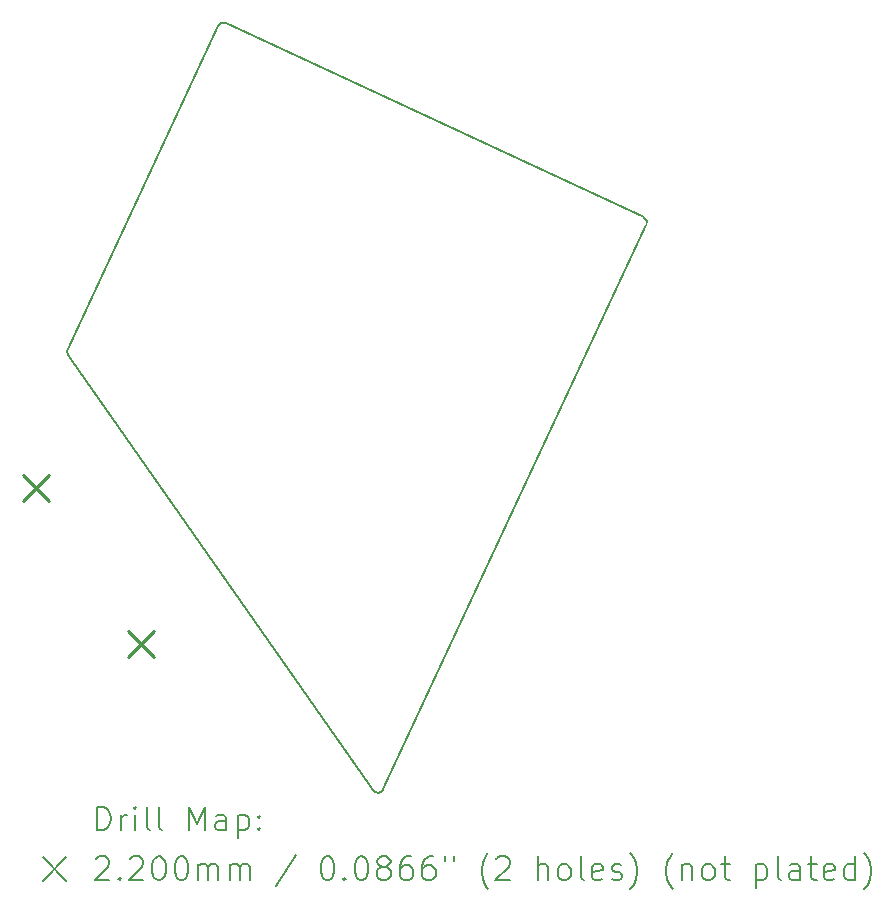
<source format=gbr>
%TF.GenerationSoftware,KiCad,Pcbnew,8.0.8+1*%
%TF.CreationDate,2025-05-19T02:25:46+00:00*%
%TF.ProjectId,controller_overlay,636f6e74-726f-46c6-9c65-725f6f766572,0.2*%
%TF.SameCoordinates,Original*%
%TF.FileFunction,Drillmap*%
%TF.FilePolarity,Positive*%
%FSLAX45Y45*%
G04 Gerber Fmt 4.5, Leading zero omitted, Abs format (unit mm)*
G04 Created by KiCad (PCBNEW 8.0.8+1) date 2025-05-19 02:25:46*
%MOMM*%
%LPD*%
G01*
G04 APERTURE LIST*
%ADD10C,0.150000*%
%ADD11C,0.200000*%
%ADD12C,0.220000*%
G04 APERTURE END LIST*
D10*
X17495139Y-9630494D02*
X18770530Y-6895410D01*
X18836976Y-6871226D02*
X22371577Y-8519437D01*
X22395761Y-8585883D02*
X20168775Y-13361670D01*
X20082502Y-13369218D02*
X17499497Y-9680304D01*
X18770530Y-6895410D02*
G75*
G02*
X18836979Y-6871220I45320J-21130D01*
G01*
X22371577Y-8519437D02*
G75*
G02*
X22395760Y-8585883I-21127J-45313D01*
G01*
X20168775Y-13361670D02*
G75*
G02*
X20082502Y-13369218I-45315J21130D01*
G01*
X17499497Y-9680304D02*
G75*
G02*
X17495143Y-9630496I40953J28674D01*
G01*
D11*
D12*
X17113518Y-10696669D02*
X17333518Y-10916669D01*
X17333518Y-10696669D02*
X17113518Y-10916669D01*
X18003459Y-12018522D02*
X18223459Y-12238522D01*
X18223459Y-12018522D02*
X18003459Y-12238522D01*
D11*
X17743733Y-13709523D02*
X17743733Y-13509523D01*
X17743733Y-13509523D02*
X17791352Y-13509523D01*
X17791352Y-13509523D02*
X17819924Y-13519047D01*
X17819924Y-13519047D02*
X17838971Y-13538095D01*
X17838971Y-13538095D02*
X17848495Y-13557142D01*
X17848495Y-13557142D02*
X17858019Y-13595237D01*
X17858019Y-13595237D02*
X17858019Y-13623809D01*
X17858019Y-13623809D02*
X17848495Y-13661904D01*
X17848495Y-13661904D02*
X17838971Y-13680952D01*
X17838971Y-13680952D02*
X17819924Y-13699999D01*
X17819924Y-13699999D02*
X17791352Y-13709523D01*
X17791352Y-13709523D02*
X17743733Y-13709523D01*
X17943733Y-13709523D02*
X17943733Y-13576190D01*
X17943733Y-13614285D02*
X17953257Y-13595237D01*
X17953257Y-13595237D02*
X17962781Y-13585714D01*
X17962781Y-13585714D02*
X17981829Y-13576190D01*
X17981829Y-13576190D02*
X18000876Y-13576190D01*
X18067543Y-13709523D02*
X18067543Y-13576190D01*
X18067543Y-13509523D02*
X18058019Y-13519047D01*
X18058019Y-13519047D02*
X18067543Y-13528571D01*
X18067543Y-13528571D02*
X18077067Y-13519047D01*
X18077067Y-13519047D02*
X18067543Y-13509523D01*
X18067543Y-13509523D02*
X18067543Y-13528571D01*
X18191352Y-13709523D02*
X18172305Y-13699999D01*
X18172305Y-13699999D02*
X18162781Y-13680952D01*
X18162781Y-13680952D02*
X18162781Y-13509523D01*
X18296114Y-13709523D02*
X18277067Y-13699999D01*
X18277067Y-13699999D02*
X18267543Y-13680952D01*
X18267543Y-13680952D02*
X18267543Y-13509523D01*
X18524686Y-13709523D02*
X18524686Y-13509523D01*
X18524686Y-13509523D02*
X18591352Y-13652380D01*
X18591352Y-13652380D02*
X18658019Y-13509523D01*
X18658019Y-13509523D02*
X18658019Y-13709523D01*
X18838971Y-13709523D02*
X18838971Y-13604761D01*
X18838971Y-13604761D02*
X18829448Y-13585714D01*
X18829448Y-13585714D02*
X18810400Y-13576190D01*
X18810400Y-13576190D02*
X18772305Y-13576190D01*
X18772305Y-13576190D02*
X18753257Y-13585714D01*
X18838971Y-13699999D02*
X18819924Y-13709523D01*
X18819924Y-13709523D02*
X18772305Y-13709523D01*
X18772305Y-13709523D02*
X18753257Y-13699999D01*
X18753257Y-13699999D02*
X18743733Y-13680952D01*
X18743733Y-13680952D02*
X18743733Y-13661904D01*
X18743733Y-13661904D02*
X18753257Y-13642856D01*
X18753257Y-13642856D02*
X18772305Y-13633333D01*
X18772305Y-13633333D02*
X18819924Y-13633333D01*
X18819924Y-13633333D02*
X18838971Y-13623809D01*
X18934210Y-13576190D02*
X18934210Y-13776190D01*
X18934210Y-13585714D02*
X18953257Y-13576190D01*
X18953257Y-13576190D02*
X18991352Y-13576190D01*
X18991352Y-13576190D02*
X19010400Y-13585714D01*
X19010400Y-13585714D02*
X19019924Y-13595237D01*
X19019924Y-13595237D02*
X19029448Y-13614285D01*
X19029448Y-13614285D02*
X19029448Y-13671428D01*
X19029448Y-13671428D02*
X19019924Y-13690475D01*
X19019924Y-13690475D02*
X19010400Y-13699999D01*
X19010400Y-13699999D02*
X18991352Y-13709523D01*
X18991352Y-13709523D02*
X18953257Y-13709523D01*
X18953257Y-13709523D02*
X18934210Y-13699999D01*
X19115162Y-13690475D02*
X19124686Y-13699999D01*
X19124686Y-13699999D02*
X19115162Y-13709523D01*
X19115162Y-13709523D02*
X19105638Y-13699999D01*
X19105638Y-13699999D02*
X19115162Y-13690475D01*
X19115162Y-13690475D02*
X19115162Y-13709523D01*
X19115162Y-13585714D02*
X19124686Y-13595237D01*
X19124686Y-13595237D02*
X19115162Y-13604761D01*
X19115162Y-13604761D02*
X19105638Y-13595237D01*
X19105638Y-13595237D02*
X19115162Y-13585714D01*
X19115162Y-13585714D02*
X19115162Y-13604761D01*
X17282957Y-13938039D02*
X17482957Y-14138039D01*
X17482957Y-13938039D02*
X17282957Y-14138039D01*
X17734210Y-13948571D02*
X17743733Y-13939047D01*
X17743733Y-13939047D02*
X17762781Y-13929523D01*
X17762781Y-13929523D02*
X17810400Y-13929523D01*
X17810400Y-13929523D02*
X17829448Y-13939047D01*
X17829448Y-13939047D02*
X17838971Y-13948571D01*
X17838971Y-13948571D02*
X17848495Y-13967618D01*
X17848495Y-13967618D02*
X17848495Y-13986666D01*
X17848495Y-13986666D02*
X17838971Y-14015237D01*
X17838971Y-14015237D02*
X17724686Y-14129523D01*
X17724686Y-14129523D02*
X17848495Y-14129523D01*
X17934210Y-14110475D02*
X17943733Y-14119999D01*
X17943733Y-14119999D02*
X17934210Y-14129523D01*
X17934210Y-14129523D02*
X17924686Y-14119999D01*
X17924686Y-14119999D02*
X17934210Y-14110475D01*
X17934210Y-14110475D02*
X17934210Y-14129523D01*
X18019924Y-13948571D02*
X18029448Y-13939047D01*
X18029448Y-13939047D02*
X18048495Y-13929523D01*
X18048495Y-13929523D02*
X18096114Y-13929523D01*
X18096114Y-13929523D02*
X18115162Y-13939047D01*
X18115162Y-13939047D02*
X18124686Y-13948571D01*
X18124686Y-13948571D02*
X18134210Y-13967618D01*
X18134210Y-13967618D02*
X18134210Y-13986666D01*
X18134210Y-13986666D02*
X18124686Y-14015237D01*
X18124686Y-14015237D02*
X18010400Y-14129523D01*
X18010400Y-14129523D02*
X18134210Y-14129523D01*
X18258019Y-13929523D02*
X18277067Y-13929523D01*
X18277067Y-13929523D02*
X18296114Y-13939047D01*
X18296114Y-13939047D02*
X18305638Y-13948571D01*
X18305638Y-13948571D02*
X18315162Y-13967618D01*
X18315162Y-13967618D02*
X18324686Y-14005714D01*
X18324686Y-14005714D02*
X18324686Y-14053333D01*
X18324686Y-14053333D02*
X18315162Y-14091428D01*
X18315162Y-14091428D02*
X18305638Y-14110475D01*
X18305638Y-14110475D02*
X18296114Y-14119999D01*
X18296114Y-14119999D02*
X18277067Y-14129523D01*
X18277067Y-14129523D02*
X18258019Y-14129523D01*
X18258019Y-14129523D02*
X18238971Y-14119999D01*
X18238971Y-14119999D02*
X18229448Y-14110475D01*
X18229448Y-14110475D02*
X18219924Y-14091428D01*
X18219924Y-14091428D02*
X18210400Y-14053333D01*
X18210400Y-14053333D02*
X18210400Y-14005714D01*
X18210400Y-14005714D02*
X18219924Y-13967618D01*
X18219924Y-13967618D02*
X18229448Y-13948571D01*
X18229448Y-13948571D02*
X18238971Y-13939047D01*
X18238971Y-13939047D02*
X18258019Y-13929523D01*
X18448495Y-13929523D02*
X18467543Y-13929523D01*
X18467543Y-13929523D02*
X18486591Y-13939047D01*
X18486591Y-13939047D02*
X18496114Y-13948571D01*
X18496114Y-13948571D02*
X18505638Y-13967618D01*
X18505638Y-13967618D02*
X18515162Y-14005714D01*
X18515162Y-14005714D02*
X18515162Y-14053333D01*
X18515162Y-14053333D02*
X18505638Y-14091428D01*
X18505638Y-14091428D02*
X18496114Y-14110475D01*
X18496114Y-14110475D02*
X18486591Y-14119999D01*
X18486591Y-14119999D02*
X18467543Y-14129523D01*
X18467543Y-14129523D02*
X18448495Y-14129523D01*
X18448495Y-14129523D02*
X18429448Y-14119999D01*
X18429448Y-14119999D02*
X18419924Y-14110475D01*
X18419924Y-14110475D02*
X18410400Y-14091428D01*
X18410400Y-14091428D02*
X18400876Y-14053333D01*
X18400876Y-14053333D02*
X18400876Y-14005714D01*
X18400876Y-14005714D02*
X18410400Y-13967618D01*
X18410400Y-13967618D02*
X18419924Y-13948571D01*
X18419924Y-13948571D02*
X18429448Y-13939047D01*
X18429448Y-13939047D02*
X18448495Y-13929523D01*
X18600876Y-14129523D02*
X18600876Y-13996190D01*
X18600876Y-14015237D02*
X18610400Y-14005714D01*
X18610400Y-14005714D02*
X18629448Y-13996190D01*
X18629448Y-13996190D02*
X18658019Y-13996190D01*
X18658019Y-13996190D02*
X18677067Y-14005714D01*
X18677067Y-14005714D02*
X18686591Y-14024761D01*
X18686591Y-14024761D02*
X18686591Y-14129523D01*
X18686591Y-14024761D02*
X18696114Y-14005714D01*
X18696114Y-14005714D02*
X18715162Y-13996190D01*
X18715162Y-13996190D02*
X18743733Y-13996190D01*
X18743733Y-13996190D02*
X18762781Y-14005714D01*
X18762781Y-14005714D02*
X18772305Y-14024761D01*
X18772305Y-14024761D02*
X18772305Y-14129523D01*
X18867543Y-14129523D02*
X18867543Y-13996190D01*
X18867543Y-14015237D02*
X18877067Y-14005714D01*
X18877067Y-14005714D02*
X18896114Y-13996190D01*
X18896114Y-13996190D02*
X18924686Y-13996190D01*
X18924686Y-13996190D02*
X18943733Y-14005714D01*
X18943733Y-14005714D02*
X18953257Y-14024761D01*
X18953257Y-14024761D02*
X18953257Y-14129523D01*
X18953257Y-14024761D02*
X18962781Y-14005714D01*
X18962781Y-14005714D02*
X18981829Y-13996190D01*
X18981829Y-13996190D02*
X19010400Y-13996190D01*
X19010400Y-13996190D02*
X19029448Y-14005714D01*
X19029448Y-14005714D02*
X19038972Y-14024761D01*
X19038972Y-14024761D02*
X19038972Y-14129523D01*
X19429448Y-13919999D02*
X19258019Y-14177142D01*
X19686591Y-13929523D02*
X19705638Y-13929523D01*
X19705638Y-13929523D02*
X19724686Y-13939047D01*
X19724686Y-13939047D02*
X19734210Y-13948571D01*
X19734210Y-13948571D02*
X19743734Y-13967618D01*
X19743734Y-13967618D02*
X19753257Y-14005714D01*
X19753257Y-14005714D02*
X19753257Y-14053333D01*
X19753257Y-14053333D02*
X19743734Y-14091428D01*
X19743734Y-14091428D02*
X19734210Y-14110475D01*
X19734210Y-14110475D02*
X19724686Y-14119999D01*
X19724686Y-14119999D02*
X19705638Y-14129523D01*
X19705638Y-14129523D02*
X19686591Y-14129523D01*
X19686591Y-14129523D02*
X19667543Y-14119999D01*
X19667543Y-14119999D02*
X19658019Y-14110475D01*
X19658019Y-14110475D02*
X19648495Y-14091428D01*
X19648495Y-14091428D02*
X19638972Y-14053333D01*
X19638972Y-14053333D02*
X19638972Y-14005714D01*
X19638972Y-14005714D02*
X19648495Y-13967618D01*
X19648495Y-13967618D02*
X19658019Y-13948571D01*
X19658019Y-13948571D02*
X19667543Y-13939047D01*
X19667543Y-13939047D02*
X19686591Y-13929523D01*
X19838972Y-14110475D02*
X19848495Y-14119999D01*
X19848495Y-14119999D02*
X19838972Y-14129523D01*
X19838972Y-14129523D02*
X19829448Y-14119999D01*
X19829448Y-14119999D02*
X19838972Y-14110475D01*
X19838972Y-14110475D02*
X19838972Y-14129523D01*
X19972305Y-13929523D02*
X19991353Y-13929523D01*
X19991353Y-13929523D02*
X20010400Y-13939047D01*
X20010400Y-13939047D02*
X20019924Y-13948571D01*
X20019924Y-13948571D02*
X20029448Y-13967618D01*
X20029448Y-13967618D02*
X20038972Y-14005714D01*
X20038972Y-14005714D02*
X20038972Y-14053333D01*
X20038972Y-14053333D02*
X20029448Y-14091428D01*
X20029448Y-14091428D02*
X20019924Y-14110475D01*
X20019924Y-14110475D02*
X20010400Y-14119999D01*
X20010400Y-14119999D02*
X19991353Y-14129523D01*
X19991353Y-14129523D02*
X19972305Y-14129523D01*
X19972305Y-14129523D02*
X19953257Y-14119999D01*
X19953257Y-14119999D02*
X19943734Y-14110475D01*
X19943734Y-14110475D02*
X19934210Y-14091428D01*
X19934210Y-14091428D02*
X19924686Y-14053333D01*
X19924686Y-14053333D02*
X19924686Y-14005714D01*
X19924686Y-14005714D02*
X19934210Y-13967618D01*
X19934210Y-13967618D02*
X19943734Y-13948571D01*
X19943734Y-13948571D02*
X19953257Y-13939047D01*
X19953257Y-13939047D02*
X19972305Y-13929523D01*
X20153257Y-14015237D02*
X20134210Y-14005714D01*
X20134210Y-14005714D02*
X20124686Y-13996190D01*
X20124686Y-13996190D02*
X20115162Y-13977142D01*
X20115162Y-13977142D02*
X20115162Y-13967618D01*
X20115162Y-13967618D02*
X20124686Y-13948571D01*
X20124686Y-13948571D02*
X20134210Y-13939047D01*
X20134210Y-13939047D02*
X20153257Y-13929523D01*
X20153257Y-13929523D02*
X20191353Y-13929523D01*
X20191353Y-13929523D02*
X20210400Y-13939047D01*
X20210400Y-13939047D02*
X20219924Y-13948571D01*
X20219924Y-13948571D02*
X20229448Y-13967618D01*
X20229448Y-13967618D02*
X20229448Y-13977142D01*
X20229448Y-13977142D02*
X20219924Y-13996190D01*
X20219924Y-13996190D02*
X20210400Y-14005714D01*
X20210400Y-14005714D02*
X20191353Y-14015237D01*
X20191353Y-14015237D02*
X20153257Y-14015237D01*
X20153257Y-14015237D02*
X20134210Y-14024761D01*
X20134210Y-14024761D02*
X20124686Y-14034285D01*
X20124686Y-14034285D02*
X20115162Y-14053333D01*
X20115162Y-14053333D02*
X20115162Y-14091428D01*
X20115162Y-14091428D02*
X20124686Y-14110475D01*
X20124686Y-14110475D02*
X20134210Y-14119999D01*
X20134210Y-14119999D02*
X20153257Y-14129523D01*
X20153257Y-14129523D02*
X20191353Y-14129523D01*
X20191353Y-14129523D02*
X20210400Y-14119999D01*
X20210400Y-14119999D02*
X20219924Y-14110475D01*
X20219924Y-14110475D02*
X20229448Y-14091428D01*
X20229448Y-14091428D02*
X20229448Y-14053333D01*
X20229448Y-14053333D02*
X20219924Y-14034285D01*
X20219924Y-14034285D02*
X20210400Y-14024761D01*
X20210400Y-14024761D02*
X20191353Y-14015237D01*
X20400876Y-13929523D02*
X20362781Y-13929523D01*
X20362781Y-13929523D02*
X20343734Y-13939047D01*
X20343734Y-13939047D02*
X20334210Y-13948571D01*
X20334210Y-13948571D02*
X20315162Y-13977142D01*
X20315162Y-13977142D02*
X20305638Y-14015237D01*
X20305638Y-14015237D02*
X20305638Y-14091428D01*
X20305638Y-14091428D02*
X20315162Y-14110475D01*
X20315162Y-14110475D02*
X20324686Y-14119999D01*
X20324686Y-14119999D02*
X20343734Y-14129523D01*
X20343734Y-14129523D02*
X20381829Y-14129523D01*
X20381829Y-14129523D02*
X20400876Y-14119999D01*
X20400876Y-14119999D02*
X20410400Y-14110475D01*
X20410400Y-14110475D02*
X20419924Y-14091428D01*
X20419924Y-14091428D02*
X20419924Y-14043809D01*
X20419924Y-14043809D02*
X20410400Y-14024761D01*
X20410400Y-14024761D02*
X20400876Y-14015237D01*
X20400876Y-14015237D02*
X20381829Y-14005714D01*
X20381829Y-14005714D02*
X20343734Y-14005714D01*
X20343734Y-14005714D02*
X20324686Y-14015237D01*
X20324686Y-14015237D02*
X20315162Y-14024761D01*
X20315162Y-14024761D02*
X20305638Y-14043809D01*
X20591353Y-13929523D02*
X20553257Y-13929523D01*
X20553257Y-13929523D02*
X20534210Y-13939047D01*
X20534210Y-13939047D02*
X20524686Y-13948571D01*
X20524686Y-13948571D02*
X20505638Y-13977142D01*
X20505638Y-13977142D02*
X20496115Y-14015237D01*
X20496115Y-14015237D02*
X20496115Y-14091428D01*
X20496115Y-14091428D02*
X20505638Y-14110475D01*
X20505638Y-14110475D02*
X20515162Y-14119999D01*
X20515162Y-14119999D02*
X20534210Y-14129523D01*
X20534210Y-14129523D02*
X20572305Y-14129523D01*
X20572305Y-14129523D02*
X20591353Y-14119999D01*
X20591353Y-14119999D02*
X20600876Y-14110475D01*
X20600876Y-14110475D02*
X20610400Y-14091428D01*
X20610400Y-14091428D02*
X20610400Y-14043809D01*
X20610400Y-14043809D02*
X20600876Y-14024761D01*
X20600876Y-14024761D02*
X20591353Y-14015237D01*
X20591353Y-14015237D02*
X20572305Y-14005714D01*
X20572305Y-14005714D02*
X20534210Y-14005714D01*
X20534210Y-14005714D02*
X20515162Y-14015237D01*
X20515162Y-14015237D02*
X20505638Y-14024761D01*
X20505638Y-14024761D02*
X20496115Y-14043809D01*
X20686591Y-13929523D02*
X20686591Y-13967618D01*
X20762781Y-13929523D02*
X20762781Y-13967618D01*
X21058019Y-14205714D02*
X21048496Y-14196190D01*
X21048496Y-14196190D02*
X21029448Y-14167618D01*
X21029448Y-14167618D02*
X21019924Y-14148571D01*
X21019924Y-14148571D02*
X21010400Y-14119999D01*
X21010400Y-14119999D02*
X21000877Y-14072380D01*
X21000877Y-14072380D02*
X21000877Y-14034285D01*
X21000877Y-14034285D02*
X21010400Y-13986666D01*
X21010400Y-13986666D02*
X21019924Y-13958095D01*
X21019924Y-13958095D02*
X21029448Y-13939047D01*
X21029448Y-13939047D02*
X21048496Y-13910475D01*
X21048496Y-13910475D02*
X21058019Y-13900952D01*
X21124686Y-13948571D02*
X21134210Y-13939047D01*
X21134210Y-13939047D02*
X21153257Y-13929523D01*
X21153257Y-13929523D02*
X21200877Y-13929523D01*
X21200877Y-13929523D02*
X21219924Y-13939047D01*
X21219924Y-13939047D02*
X21229448Y-13948571D01*
X21229448Y-13948571D02*
X21238972Y-13967618D01*
X21238972Y-13967618D02*
X21238972Y-13986666D01*
X21238972Y-13986666D02*
X21229448Y-14015237D01*
X21229448Y-14015237D02*
X21115162Y-14129523D01*
X21115162Y-14129523D02*
X21238972Y-14129523D01*
X21477067Y-14129523D02*
X21477067Y-13929523D01*
X21562781Y-14129523D02*
X21562781Y-14024761D01*
X21562781Y-14024761D02*
X21553258Y-14005714D01*
X21553258Y-14005714D02*
X21534210Y-13996190D01*
X21534210Y-13996190D02*
X21505638Y-13996190D01*
X21505638Y-13996190D02*
X21486591Y-14005714D01*
X21486591Y-14005714D02*
X21477067Y-14015237D01*
X21686591Y-14129523D02*
X21667543Y-14119999D01*
X21667543Y-14119999D02*
X21658019Y-14110475D01*
X21658019Y-14110475D02*
X21648496Y-14091428D01*
X21648496Y-14091428D02*
X21648496Y-14034285D01*
X21648496Y-14034285D02*
X21658019Y-14015237D01*
X21658019Y-14015237D02*
X21667543Y-14005714D01*
X21667543Y-14005714D02*
X21686591Y-13996190D01*
X21686591Y-13996190D02*
X21715162Y-13996190D01*
X21715162Y-13996190D02*
X21734210Y-14005714D01*
X21734210Y-14005714D02*
X21743734Y-14015237D01*
X21743734Y-14015237D02*
X21753258Y-14034285D01*
X21753258Y-14034285D02*
X21753258Y-14091428D01*
X21753258Y-14091428D02*
X21743734Y-14110475D01*
X21743734Y-14110475D02*
X21734210Y-14119999D01*
X21734210Y-14119999D02*
X21715162Y-14129523D01*
X21715162Y-14129523D02*
X21686591Y-14129523D01*
X21867543Y-14129523D02*
X21848496Y-14119999D01*
X21848496Y-14119999D02*
X21838972Y-14100952D01*
X21838972Y-14100952D02*
X21838972Y-13929523D01*
X22019924Y-14119999D02*
X22000877Y-14129523D01*
X22000877Y-14129523D02*
X21962781Y-14129523D01*
X21962781Y-14129523D02*
X21943734Y-14119999D01*
X21943734Y-14119999D02*
X21934210Y-14100952D01*
X21934210Y-14100952D02*
X21934210Y-14024761D01*
X21934210Y-14024761D02*
X21943734Y-14005714D01*
X21943734Y-14005714D02*
X21962781Y-13996190D01*
X21962781Y-13996190D02*
X22000877Y-13996190D01*
X22000877Y-13996190D02*
X22019924Y-14005714D01*
X22019924Y-14005714D02*
X22029448Y-14024761D01*
X22029448Y-14024761D02*
X22029448Y-14043809D01*
X22029448Y-14043809D02*
X21934210Y-14062856D01*
X22105639Y-14119999D02*
X22124686Y-14129523D01*
X22124686Y-14129523D02*
X22162781Y-14129523D01*
X22162781Y-14129523D02*
X22181829Y-14119999D01*
X22181829Y-14119999D02*
X22191353Y-14100952D01*
X22191353Y-14100952D02*
X22191353Y-14091428D01*
X22191353Y-14091428D02*
X22181829Y-14072380D01*
X22181829Y-14072380D02*
X22162781Y-14062856D01*
X22162781Y-14062856D02*
X22134210Y-14062856D01*
X22134210Y-14062856D02*
X22115162Y-14053333D01*
X22115162Y-14053333D02*
X22105639Y-14034285D01*
X22105639Y-14034285D02*
X22105639Y-14024761D01*
X22105639Y-14024761D02*
X22115162Y-14005714D01*
X22115162Y-14005714D02*
X22134210Y-13996190D01*
X22134210Y-13996190D02*
X22162781Y-13996190D01*
X22162781Y-13996190D02*
X22181829Y-14005714D01*
X22258020Y-14205714D02*
X22267543Y-14196190D01*
X22267543Y-14196190D02*
X22286591Y-14167618D01*
X22286591Y-14167618D02*
X22296115Y-14148571D01*
X22296115Y-14148571D02*
X22305639Y-14119999D01*
X22305639Y-14119999D02*
X22315162Y-14072380D01*
X22315162Y-14072380D02*
X22315162Y-14034285D01*
X22315162Y-14034285D02*
X22305639Y-13986666D01*
X22305639Y-13986666D02*
X22296115Y-13958095D01*
X22296115Y-13958095D02*
X22286591Y-13939047D01*
X22286591Y-13939047D02*
X22267543Y-13910475D01*
X22267543Y-13910475D02*
X22258020Y-13900952D01*
X22619924Y-14205714D02*
X22610400Y-14196190D01*
X22610400Y-14196190D02*
X22591353Y-14167618D01*
X22591353Y-14167618D02*
X22581829Y-14148571D01*
X22581829Y-14148571D02*
X22572305Y-14119999D01*
X22572305Y-14119999D02*
X22562781Y-14072380D01*
X22562781Y-14072380D02*
X22562781Y-14034285D01*
X22562781Y-14034285D02*
X22572305Y-13986666D01*
X22572305Y-13986666D02*
X22581829Y-13958095D01*
X22581829Y-13958095D02*
X22591353Y-13939047D01*
X22591353Y-13939047D02*
X22610400Y-13910475D01*
X22610400Y-13910475D02*
X22619924Y-13900952D01*
X22696115Y-13996190D02*
X22696115Y-14129523D01*
X22696115Y-14015237D02*
X22705638Y-14005714D01*
X22705638Y-14005714D02*
X22724686Y-13996190D01*
X22724686Y-13996190D02*
X22753258Y-13996190D01*
X22753258Y-13996190D02*
X22772305Y-14005714D01*
X22772305Y-14005714D02*
X22781829Y-14024761D01*
X22781829Y-14024761D02*
X22781829Y-14129523D01*
X22905638Y-14129523D02*
X22886591Y-14119999D01*
X22886591Y-14119999D02*
X22877067Y-14110475D01*
X22877067Y-14110475D02*
X22867543Y-14091428D01*
X22867543Y-14091428D02*
X22867543Y-14034285D01*
X22867543Y-14034285D02*
X22877067Y-14015237D01*
X22877067Y-14015237D02*
X22886591Y-14005714D01*
X22886591Y-14005714D02*
X22905638Y-13996190D01*
X22905638Y-13996190D02*
X22934210Y-13996190D01*
X22934210Y-13996190D02*
X22953258Y-14005714D01*
X22953258Y-14005714D02*
X22962781Y-14015237D01*
X22962781Y-14015237D02*
X22972305Y-14034285D01*
X22972305Y-14034285D02*
X22972305Y-14091428D01*
X22972305Y-14091428D02*
X22962781Y-14110475D01*
X22962781Y-14110475D02*
X22953258Y-14119999D01*
X22953258Y-14119999D02*
X22934210Y-14129523D01*
X22934210Y-14129523D02*
X22905638Y-14129523D01*
X23029448Y-13996190D02*
X23105638Y-13996190D01*
X23058019Y-13929523D02*
X23058019Y-14100952D01*
X23058019Y-14100952D02*
X23067543Y-14119999D01*
X23067543Y-14119999D02*
X23086591Y-14129523D01*
X23086591Y-14129523D02*
X23105638Y-14129523D01*
X23324686Y-13996190D02*
X23324686Y-14196190D01*
X23324686Y-14005714D02*
X23343734Y-13996190D01*
X23343734Y-13996190D02*
X23381829Y-13996190D01*
X23381829Y-13996190D02*
X23400877Y-14005714D01*
X23400877Y-14005714D02*
X23410400Y-14015237D01*
X23410400Y-14015237D02*
X23419924Y-14034285D01*
X23419924Y-14034285D02*
X23419924Y-14091428D01*
X23419924Y-14091428D02*
X23410400Y-14110475D01*
X23410400Y-14110475D02*
X23400877Y-14119999D01*
X23400877Y-14119999D02*
X23381829Y-14129523D01*
X23381829Y-14129523D02*
X23343734Y-14129523D01*
X23343734Y-14129523D02*
X23324686Y-14119999D01*
X23534210Y-14129523D02*
X23515162Y-14119999D01*
X23515162Y-14119999D02*
X23505639Y-14100952D01*
X23505639Y-14100952D02*
X23505639Y-13929523D01*
X23696115Y-14129523D02*
X23696115Y-14024761D01*
X23696115Y-14024761D02*
X23686591Y-14005714D01*
X23686591Y-14005714D02*
X23667543Y-13996190D01*
X23667543Y-13996190D02*
X23629448Y-13996190D01*
X23629448Y-13996190D02*
X23610400Y-14005714D01*
X23696115Y-14119999D02*
X23677067Y-14129523D01*
X23677067Y-14129523D02*
X23629448Y-14129523D01*
X23629448Y-14129523D02*
X23610400Y-14119999D01*
X23610400Y-14119999D02*
X23600877Y-14100952D01*
X23600877Y-14100952D02*
X23600877Y-14081904D01*
X23600877Y-14081904D02*
X23610400Y-14062856D01*
X23610400Y-14062856D02*
X23629448Y-14053333D01*
X23629448Y-14053333D02*
X23677067Y-14053333D01*
X23677067Y-14053333D02*
X23696115Y-14043809D01*
X23762781Y-13996190D02*
X23838972Y-13996190D01*
X23791353Y-13929523D02*
X23791353Y-14100952D01*
X23791353Y-14100952D02*
X23800877Y-14119999D01*
X23800877Y-14119999D02*
X23819924Y-14129523D01*
X23819924Y-14129523D02*
X23838972Y-14129523D01*
X23981829Y-14119999D02*
X23962781Y-14129523D01*
X23962781Y-14129523D02*
X23924686Y-14129523D01*
X23924686Y-14129523D02*
X23905639Y-14119999D01*
X23905639Y-14119999D02*
X23896115Y-14100952D01*
X23896115Y-14100952D02*
X23896115Y-14024761D01*
X23896115Y-14024761D02*
X23905639Y-14005714D01*
X23905639Y-14005714D02*
X23924686Y-13996190D01*
X23924686Y-13996190D02*
X23962781Y-13996190D01*
X23962781Y-13996190D02*
X23981829Y-14005714D01*
X23981829Y-14005714D02*
X23991353Y-14024761D01*
X23991353Y-14024761D02*
X23991353Y-14043809D01*
X23991353Y-14043809D02*
X23896115Y-14062856D01*
X24162781Y-14129523D02*
X24162781Y-13929523D01*
X24162781Y-14119999D02*
X24143734Y-14129523D01*
X24143734Y-14129523D02*
X24105639Y-14129523D01*
X24105639Y-14129523D02*
X24086591Y-14119999D01*
X24086591Y-14119999D02*
X24077067Y-14110475D01*
X24077067Y-14110475D02*
X24067543Y-14091428D01*
X24067543Y-14091428D02*
X24067543Y-14034285D01*
X24067543Y-14034285D02*
X24077067Y-14015237D01*
X24077067Y-14015237D02*
X24086591Y-14005714D01*
X24086591Y-14005714D02*
X24105639Y-13996190D01*
X24105639Y-13996190D02*
X24143734Y-13996190D01*
X24143734Y-13996190D02*
X24162781Y-14005714D01*
X24238972Y-14205714D02*
X24248496Y-14196190D01*
X24248496Y-14196190D02*
X24267543Y-14167618D01*
X24267543Y-14167618D02*
X24277067Y-14148571D01*
X24277067Y-14148571D02*
X24286591Y-14119999D01*
X24286591Y-14119999D02*
X24296115Y-14072380D01*
X24296115Y-14072380D02*
X24296115Y-14034285D01*
X24296115Y-14034285D02*
X24286591Y-13986666D01*
X24286591Y-13986666D02*
X24277067Y-13958095D01*
X24277067Y-13958095D02*
X24267543Y-13939047D01*
X24267543Y-13939047D02*
X24248496Y-13910475D01*
X24248496Y-13910475D02*
X24238972Y-13900952D01*
M02*

</source>
